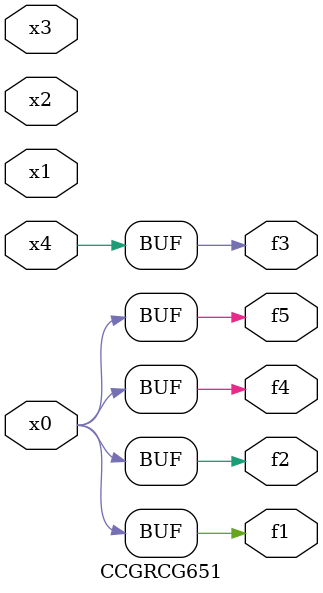
<source format=v>
module CCGRCG651(
	input x0, x1, x2, x3, x4,
	output f1, f2, f3, f4, f5
);
	assign f1 = x0;
	assign f2 = x0;
	assign f3 = x4;
	assign f4 = x0;
	assign f5 = x0;
endmodule

</source>
